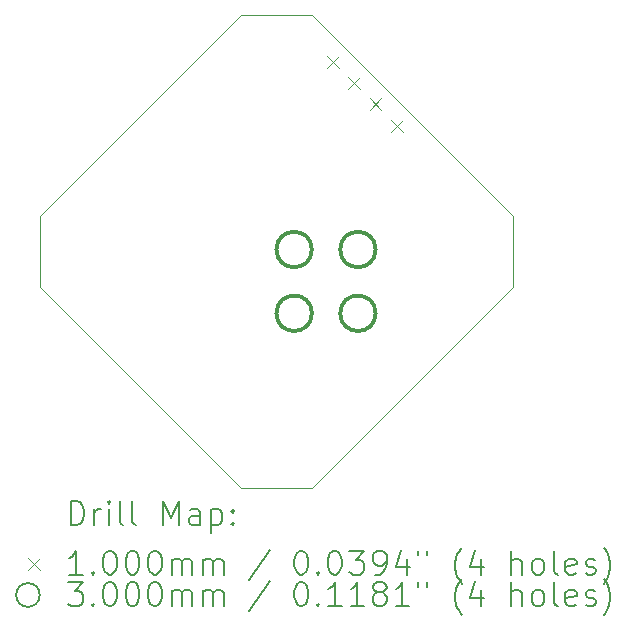
<source format=gbr>
%TF.GenerationSoftware,KiCad,Pcbnew,8.0.5*%
%TF.CreationDate,2024-09-26T09:53:33+02:00*%
%TF.ProjectId,BL-R8812AF1 mount,424c2d52-3838-4313-9241-4631206d6f75,rev?*%
%TF.SameCoordinates,Original*%
%TF.FileFunction,Drillmap*%
%TF.FilePolarity,Positive*%
%FSLAX45Y45*%
G04 Gerber Fmt 4.5, Leading zero omitted, Abs format (unit mm)*
G04 Created by KiCad (PCBNEW 8.0.5) date 2024-09-26 09:53:33*
%MOMM*%
%LPD*%
G01*
G04 APERTURE LIST*
%ADD10C,0.050000*%
%ADD11C,0.100000*%
%ADD12C,0.200000*%
%ADD13C,0.300000*%
G04 APERTURE END LIST*
D10*
X7271000Y-14609800D02*
X7271000Y-15209800D01*
X8971000Y-16909800D02*
X9571000Y-16909800D01*
D11*
X7271000Y-15209800D02*
X8971000Y-16909800D01*
X11271000Y-14609800D02*
X9571000Y-12909800D01*
X9571000Y-16909800D02*
X11271000Y-15209800D01*
D10*
X11271000Y-14609800D02*
X11271000Y-15209800D01*
X8971000Y-12909800D02*
X9571000Y-12909800D01*
D11*
X8971000Y-12909800D02*
X7271000Y-14609800D01*
D12*
D11*
X9699990Y-13255990D02*
X9799990Y-13355990D01*
X9799990Y-13255990D02*
X9699990Y-13355990D01*
X9879595Y-13435595D02*
X9979595Y-13535595D01*
X9979595Y-13435595D02*
X9879595Y-13535595D01*
X10059200Y-13615200D02*
X10159200Y-13715200D01*
X10159200Y-13615200D02*
X10059200Y-13715200D01*
X10238805Y-13794805D02*
X10338805Y-13894805D01*
X10338805Y-13794805D02*
X10238805Y-13894805D01*
D13*
X9570100Y-14893800D02*
G75*
G02*
X9270100Y-14893800I-150000J0D01*
G01*
X9270100Y-14893800D02*
G75*
G02*
X9570100Y-14893800I150000J0D01*
G01*
X9570100Y-15433800D02*
G75*
G02*
X9270100Y-15433800I-150000J0D01*
G01*
X9270100Y-15433800D02*
G75*
G02*
X9570100Y-15433800I150000J0D01*
G01*
X10110100Y-14893800D02*
G75*
G02*
X9810100Y-14893800I-150000J0D01*
G01*
X9810100Y-14893800D02*
G75*
G02*
X10110100Y-14893800I150000J0D01*
G01*
X10110100Y-15433800D02*
G75*
G02*
X9810100Y-15433800I-150000J0D01*
G01*
X9810100Y-15433800D02*
G75*
G02*
X10110100Y-15433800I150000J0D01*
G01*
D12*
X7526777Y-17226284D02*
X7526777Y-17026284D01*
X7526777Y-17026284D02*
X7574396Y-17026284D01*
X7574396Y-17026284D02*
X7602967Y-17035808D01*
X7602967Y-17035808D02*
X7622015Y-17054855D01*
X7622015Y-17054855D02*
X7631539Y-17073903D01*
X7631539Y-17073903D02*
X7641062Y-17111998D01*
X7641062Y-17111998D02*
X7641062Y-17140570D01*
X7641062Y-17140570D02*
X7631539Y-17178665D01*
X7631539Y-17178665D02*
X7622015Y-17197712D01*
X7622015Y-17197712D02*
X7602967Y-17216760D01*
X7602967Y-17216760D02*
X7574396Y-17226284D01*
X7574396Y-17226284D02*
X7526777Y-17226284D01*
X7726777Y-17226284D02*
X7726777Y-17092950D01*
X7726777Y-17131046D02*
X7736301Y-17111998D01*
X7736301Y-17111998D02*
X7745824Y-17102474D01*
X7745824Y-17102474D02*
X7764872Y-17092950D01*
X7764872Y-17092950D02*
X7783920Y-17092950D01*
X7850586Y-17226284D02*
X7850586Y-17092950D01*
X7850586Y-17026284D02*
X7841062Y-17035808D01*
X7841062Y-17035808D02*
X7850586Y-17045331D01*
X7850586Y-17045331D02*
X7860110Y-17035808D01*
X7860110Y-17035808D02*
X7850586Y-17026284D01*
X7850586Y-17026284D02*
X7850586Y-17045331D01*
X7974396Y-17226284D02*
X7955348Y-17216760D01*
X7955348Y-17216760D02*
X7945824Y-17197712D01*
X7945824Y-17197712D02*
X7945824Y-17026284D01*
X8079158Y-17226284D02*
X8060110Y-17216760D01*
X8060110Y-17216760D02*
X8050586Y-17197712D01*
X8050586Y-17197712D02*
X8050586Y-17026284D01*
X8307729Y-17226284D02*
X8307729Y-17026284D01*
X8307729Y-17026284D02*
X8374396Y-17169141D01*
X8374396Y-17169141D02*
X8441063Y-17026284D01*
X8441063Y-17026284D02*
X8441063Y-17226284D01*
X8622015Y-17226284D02*
X8622015Y-17121522D01*
X8622015Y-17121522D02*
X8612491Y-17102474D01*
X8612491Y-17102474D02*
X8593444Y-17092950D01*
X8593444Y-17092950D02*
X8555348Y-17092950D01*
X8555348Y-17092950D02*
X8536301Y-17102474D01*
X8622015Y-17216760D02*
X8602967Y-17226284D01*
X8602967Y-17226284D02*
X8555348Y-17226284D01*
X8555348Y-17226284D02*
X8536301Y-17216760D01*
X8536301Y-17216760D02*
X8526777Y-17197712D01*
X8526777Y-17197712D02*
X8526777Y-17178665D01*
X8526777Y-17178665D02*
X8536301Y-17159617D01*
X8536301Y-17159617D02*
X8555348Y-17150093D01*
X8555348Y-17150093D02*
X8602967Y-17150093D01*
X8602967Y-17150093D02*
X8622015Y-17140570D01*
X8717253Y-17092950D02*
X8717253Y-17292950D01*
X8717253Y-17102474D02*
X8736301Y-17092950D01*
X8736301Y-17092950D02*
X8774396Y-17092950D01*
X8774396Y-17092950D02*
X8793444Y-17102474D01*
X8793444Y-17102474D02*
X8802967Y-17111998D01*
X8802967Y-17111998D02*
X8812491Y-17131046D01*
X8812491Y-17131046D02*
X8812491Y-17188189D01*
X8812491Y-17188189D02*
X8802967Y-17207236D01*
X8802967Y-17207236D02*
X8793444Y-17216760D01*
X8793444Y-17216760D02*
X8774396Y-17226284D01*
X8774396Y-17226284D02*
X8736301Y-17226284D01*
X8736301Y-17226284D02*
X8717253Y-17216760D01*
X8898205Y-17207236D02*
X8907729Y-17216760D01*
X8907729Y-17216760D02*
X8898205Y-17226284D01*
X8898205Y-17226284D02*
X8888682Y-17216760D01*
X8888682Y-17216760D02*
X8898205Y-17207236D01*
X8898205Y-17207236D02*
X8898205Y-17226284D01*
X8898205Y-17102474D02*
X8907729Y-17111998D01*
X8907729Y-17111998D02*
X8898205Y-17121522D01*
X8898205Y-17121522D02*
X8888682Y-17111998D01*
X8888682Y-17111998D02*
X8898205Y-17102474D01*
X8898205Y-17102474D02*
X8898205Y-17121522D01*
D11*
X7166000Y-17504800D02*
X7266000Y-17604800D01*
X7266000Y-17504800D02*
X7166000Y-17604800D01*
D12*
X7631539Y-17646284D02*
X7517253Y-17646284D01*
X7574396Y-17646284D02*
X7574396Y-17446284D01*
X7574396Y-17446284D02*
X7555348Y-17474855D01*
X7555348Y-17474855D02*
X7536301Y-17493903D01*
X7536301Y-17493903D02*
X7517253Y-17503427D01*
X7717253Y-17627236D02*
X7726777Y-17636760D01*
X7726777Y-17636760D02*
X7717253Y-17646284D01*
X7717253Y-17646284D02*
X7707729Y-17636760D01*
X7707729Y-17636760D02*
X7717253Y-17627236D01*
X7717253Y-17627236D02*
X7717253Y-17646284D01*
X7850586Y-17446284D02*
X7869634Y-17446284D01*
X7869634Y-17446284D02*
X7888682Y-17455808D01*
X7888682Y-17455808D02*
X7898205Y-17465331D01*
X7898205Y-17465331D02*
X7907729Y-17484379D01*
X7907729Y-17484379D02*
X7917253Y-17522474D01*
X7917253Y-17522474D02*
X7917253Y-17570093D01*
X7917253Y-17570093D02*
X7907729Y-17608189D01*
X7907729Y-17608189D02*
X7898205Y-17627236D01*
X7898205Y-17627236D02*
X7888682Y-17636760D01*
X7888682Y-17636760D02*
X7869634Y-17646284D01*
X7869634Y-17646284D02*
X7850586Y-17646284D01*
X7850586Y-17646284D02*
X7831539Y-17636760D01*
X7831539Y-17636760D02*
X7822015Y-17627236D01*
X7822015Y-17627236D02*
X7812491Y-17608189D01*
X7812491Y-17608189D02*
X7802967Y-17570093D01*
X7802967Y-17570093D02*
X7802967Y-17522474D01*
X7802967Y-17522474D02*
X7812491Y-17484379D01*
X7812491Y-17484379D02*
X7822015Y-17465331D01*
X7822015Y-17465331D02*
X7831539Y-17455808D01*
X7831539Y-17455808D02*
X7850586Y-17446284D01*
X8041062Y-17446284D02*
X8060110Y-17446284D01*
X8060110Y-17446284D02*
X8079158Y-17455808D01*
X8079158Y-17455808D02*
X8088682Y-17465331D01*
X8088682Y-17465331D02*
X8098205Y-17484379D01*
X8098205Y-17484379D02*
X8107729Y-17522474D01*
X8107729Y-17522474D02*
X8107729Y-17570093D01*
X8107729Y-17570093D02*
X8098205Y-17608189D01*
X8098205Y-17608189D02*
X8088682Y-17627236D01*
X8088682Y-17627236D02*
X8079158Y-17636760D01*
X8079158Y-17636760D02*
X8060110Y-17646284D01*
X8060110Y-17646284D02*
X8041062Y-17646284D01*
X8041062Y-17646284D02*
X8022015Y-17636760D01*
X8022015Y-17636760D02*
X8012491Y-17627236D01*
X8012491Y-17627236D02*
X8002967Y-17608189D01*
X8002967Y-17608189D02*
X7993443Y-17570093D01*
X7993443Y-17570093D02*
X7993443Y-17522474D01*
X7993443Y-17522474D02*
X8002967Y-17484379D01*
X8002967Y-17484379D02*
X8012491Y-17465331D01*
X8012491Y-17465331D02*
X8022015Y-17455808D01*
X8022015Y-17455808D02*
X8041062Y-17446284D01*
X8231539Y-17446284D02*
X8250586Y-17446284D01*
X8250586Y-17446284D02*
X8269634Y-17455808D01*
X8269634Y-17455808D02*
X8279158Y-17465331D01*
X8279158Y-17465331D02*
X8288682Y-17484379D01*
X8288682Y-17484379D02*
X8298205Y-17522474D01*
X8298205Y-17522474D02*
X8298205Y-17570093D01*
X8298205Y-17570093D02*
X8288682Y-17608189D01*
X8288682Y-17608189D02*
X8279158Y-17627236D01*
X8279158Y-17627236D02*
X8269634Y-17636760D01*
X8269634Y-17636760D02*
X8250586Y-17646284D01*
X8250586Y-17646284D02*
X8231539Y-17646284D01*
X8231539Y-17646284D02*
X8212491Y-17636760D01*
X8212491Y-17636760D02*
X8202967Y-17627236D01*
X8202967Y-17627236D02*
X8193443Y-17608189D01*
X8193443Y-17608189D02*
X8183920Y-17570093D01*
X8183920Y-17570093D02*
X8183920Y-17522474D01*
X8183920Y-17522474D02*
X8193443Y-17484379D01*
X8193443Y-17484379D02*
X8202967Y-17465331D01*
X8202967Y-17465331D02*
X8212491Y-17455808D01*
X8212491Y-17455808D02*
X8231539Y-17446284D01*
X8383920Y-17646284D02*
X8383920Y-17512950D01*
X8383920Y-17531998D02*
X8393444Y-17522474D01*
X8393444Y-17522474D02*
X8412491Y-17512950D01*
X8412491Y-17512950D02*
X8441063Y-17512950D01*
X8441063Y-17512950D02*
X8460110Y-17522474D01*
X8460110Y-17522474D02*
X8469634Y-17541522D01*
X8469634Y-17541522D02*
X8469634Y-17646284D01*
X8469634Y-17541522D02*
X8479158Y-17522474D01*
X8479158Y-17522474D02*
X8498205Y-17512950D01*
X8498205Y-17512950D02*
X8526777Y-17512950D01*
X8526777Y-17512950D02*
X8545825Y-17522474D01*
X8545825Y-17522474D02*
X8555348Y-17541522D01*
X8555348Y-17541522D02*
X8555348Y-17646284D01*
X8650586Y-17646284D02*
X8650586Y-17512950D01*
X8650586Y-17531998D02*
X8660110Y-17522474D01*
X8660110Y-17522474D02*
X8679158Y-17512950D01*
X8679158Y-17512950D02*
X8707729Y-17512950D01*
X8707729Y-17512950D02*
X8726777Y-17522474D01*
X8726777Y-17522474D02*
X8736301Y-17541522D01*
X8736301Y-17541522D02*
X8736301Y-17646284D01*
X8736301Y-17541522D02*
X8745825Y-17522474D01*
X8745825Y-17522474D02*
X8764872Y-17512950D01*
X8764872Y-17512950D02*
X8793444Y-17512950D01*
X8793444Y-17512950D02*
X8812491Y-17522474D01*
X8812491Y-17522474D02*
X8822015Y-17541522D01*
X8822015Y-17541522D02*
X8822015Y-17646284D01*
X9212491Y-17436760D02*
X9041063Y-17693903D01*
X9469634Y-17446284D02*
X9488682Y-17446284D01*
X9488682Y-17446284D02*
X9507729Y-17455808D01*
X9507729Y-17455808D02*
X9517253Y-17465331D01*
X9517253Y-17465331D02*
X9526777Y-17484379D01*
X9526777Y-17484379D02*
X9536301Y-17522474D01*
X9536301Y-17522474D02*
X9536301Y-17570093D01*
X9536301Y-17570093D02*
X9526777Y-17608189D01*
X9526777Y-17608189D02*
X9517253Y-17627236D01*
X9517253Y-17627236D02*
X9507729Y-17636760D01*
X9507729Y-17636760D02*
X9488682Y-17646284D01*
X9488682Y-17646284D02*
X9469634Y-17646284D01*
X9469634Y-17646284D02*
X9450587Y-17636760D01*
X9450587Y-17636760D02*
X9441063Y-17627236D01*
X9441063Y-17627236D02*
X9431539Y-17608189D01*
X9431539Y-17608189D02*
X9422015Y-17570093D01*
X9422015Y-17570093D02*
X9422015Y-17522474D01*
X9422015Y-17522474D02*
X9431539Y-17484379D01*
X9431539Y-17484379D02*
X9441063Y-17465331D01*
X9441063Y-17465331D02*
X9450587Y-17455808D01*
X9450587Y-17455808D02*
X9469634Y-17446284D01*
X9622015Y-17627236D02*
X9631539Y-17636760D01*
X9631539Y-17636760D02*
X9622015Y-17646284D01*
X9622015Y-17646284D02*
X9612491Y-17636760D01*
X9612491Y-17636760D02*
X9622015Y-17627236D01*
X9622015Y-17627236D02*
X9622015Y-17646284D01*
X9755348Y-17446284D02*
X9774396Y-17446284D01*
X9774396Y-17446284D02*
X9793444Y-17455808D01*
X9793444Y-17455808D02*
X9802968Y-17465331D01*
X9802968Y-17465331D02*
X9812491Y-17484379D01*
X9812491Y-17484379D02*
X9822015Y-17522474D01*
X9822015Y-17522474D02*
X9822015Y-17570093D01*
X9822015Y-17570093D02*
X9812491Y-17608189D01*
X9812491Y-17608189D02*
X9802968Y-17627236D01*
X9802968Y-17627236D02*
X9793444Y-17636760D01*
X9793444Y-17636760D02*
X9774396Y-17646284D01*
X9774396Y-17646284D02*
X9755348Y-17646284D01*
X9755348Y-17646284D02*
X9736301Y-17636760D01*
X9736301Y-17636760D02*
X9726777Y-17627236D01*
X9726777Y-17627236D02*
X9717253Y-17608189D01*
X9717253Y-17608189D02*
X9707729Y-17570093D01*
X9707729Y-17570093D02*
X9707729Y-17522474D01*
X9707729Y-17522474D02*
X9717253Y-17484379D01*
X9717253Y-17484379D02*
X9726777Y-17465331D01*
X9726777Y-17465331D02*
X9736301Y-17455808D01*
X9736301Y-17455808D02*
X9755348Y-17446284D01*
X9888682Y-17446284D02*
X10012491Y-17446284D01*
X10012491Y-17446284D02*
X9945825Y-17522474D01*
X9945825Y-17522474D02*
X9974396Y-17522474D01*
X9974396Y-17522474D02*
X9993444Y-17531998D01*
X9993444Y-17531998D02*
X10002968Y-17541522D01*
X10002968Y-17541522D02*
X10012491Y-17560570D01*
X10012491Y-17560570D02*
X10012491Y-17608189D01*
X10012491Y-17608189D02*
X10002968Y-17627236D01*
X10002968Y-17627236D02*
X9993444Y-17636760D01*
X9993444Y-17636760D02*
X9974396Y-17646284D01*
X9974396Y-17646284D02*
X9917253Y-17646284D01*
X9917253Y-17646284D02*
X9898206Y-17636760D01*
X9898206Y-17636760D02*
X9888682Y-17627236D01*
X10107729Y-17646284D02*
X10145825Y-17646284D01*
X10145825Y-17646284D02*
X10164872Y-17636760D01*
X10164872Y-17636760D02*
X10174396Y-17627236D01*
X10174396Y-17627236D02*
X10193444Y-17598665D01*
X10193444Y-17598665D02*
X10202968Y-17560570D01*
X10202968Y-17560570D02*
X10202968Y-17484379D01*
X10202968Y-17484379D02*
X10193444Y-17465331D01*
X10193444Y-17465331D02*
X10183920Y-17455808D01*
X10183920Y-17455808D02*
X10164872Y-17446284D01*
X10164872Y-17446284D02*
X10126777Y-17446284D01*
X10126777Y-17446284D02*
X10107729Y-17455808D01*
X10107729Y-17455808D02*
X10098206Y-17465331D01*
X10098206Y-17465331D02*
X10088682Y-17484379D01*
X10088682Y-17484379D02*
X10088682Y-17531998D01*
X10088682Y-17531998D02*
X10098206Y-17551046D01*
X10098206Y-17551046D02*
X10107729Y-17560570D01*
X10107729Y-17560570D02*
X10126777Y-17570093D01*
X10126777Y-17570093D02*
X10164872Y-17570093D01*
X10164872Y-17570093D02*
X10183920Y-17560570D01*
X10183920Y-17560570D02*
X10193444Y-17551046D01*
X10193444Y-17551046D02*
X10202968Y-17531998D01*
X10374396Y-17512950D02*
X10374396Y-17646284D01*
X10326777Y-17436760D02*
X10279158Y-17579617D01*
X10279158Y-17579617D02*
X10402968Y-17579617D01*
X10469634Y-17446284D02*
X10469634Y-17484379D01*
X10545825Y-17446284D02*
X10545825Y-17484379D01*
X10841063Y-17722474D02*
X10831539Y-17712950D01*
X10831539Y-17712950D02*
X10812491Y-17684379D01*
X10812491Y-17684379D02*
X10802968Y-17665331D01*
X10802968Y-17665331D02*
X10793444Y-17636760D01*
X10793444Y-17636760D02*
X10783920Y-17589141D01*
X10783920Y-17589141D02*
X10783920Y-17551046D01*
X10783920Y-17551046D02*
X10793444Y-17503427D01*
X10793444Y-17503427D02*
X10802968Y-17474855D01*
X10802968Y-17474855D02*
X10812491Y-17455808D01*
X10812491Y-17455808D02*
X10831539Y-17427236D01*
X10831539Y-17427236D02*
X10841063Y-17417712D01*
X11002968Y-17512950D02*
X11002968Y-17646284D01*
X10955349Y-17436760D02*
X10907730Y-17579617D01*
X10907730Y-17579617D02*
X11031539Y-17579617D01*
X11260110Y-17646284D02*
X11260110Y-17446284D01*
X11345825Y-17646284D02*
X11345825Y-17541522D01*
X11345825Y-17541522D02*
X11336301Y-17522474D01*
X11336301Y-17522474D02*
X11317253Y-17512950D01*
X11317253Y-17512950D02*
X11288682Y-17512950D01*
X11288682Y-17512950D02*
X11269634Y-17522474D01*
X11269634Y-17522474D02*
X11260110Y-17531998D01*
X11469634Y-17646284D02*
X11450587Y-17636760D01*
X11450587Y-17636760D02*
X11441063Y-17627236D01*
X11441063Y-17627236D02*
X11431539Y-17608189D01*
X11431539Y-17608189D02*
X11431539Y-17551046D01*
X11431539Y-17551046D02*
X11441063Y-17531998D01*
X11441063Y-17531998D02*
X11450587Y-17522474D01*
X11450587Y-17522474D02*
X11469634Y-17512950D01*
X11469634Y-17512950D02*
X11498206Y-17512950D01*
X11498206Y-17512950D02*
X11517253Y-17522474D01*
X11517253Y-17522474D02*
X11526777Y-17531998D01*
X11526777Y-17531998D02*
X11536301Y-17551046D01*
X11536301Y-17551046D02*
X11536301Y-17608189D01*
X11536301Y-17608189D02*
X11526777Y-17627236D01*
X11526777Y-17627236D02*
X11517253Y-17636760D01*
X11517253Y-17636760D02*
X11498206Y-17646284D01*
X11498206Y-17646284D02*
X11469634Y-17646284D01*
X11650587Y-17646284D02*
X11631539Y-17636760D01*
X11631539Y-17636760D02*
X11622015Y-17617712D01*
X11622015Y-17617712D02*
X11622015Y-17446284D01*
X11802968Y-17636760D02*
X11783920Y-17646284D01*
X11783920Y-17646284D02*
X11745825Y-17646284D01*
X11745825Y-17646284D02*
X11726777Y-17636760D01*
X11726777Y-17636760D02*
X11717253Y-17617712D01*
X11717253Y-17617712D02*
X11717253Y-17541522D01*
X11717253Y-17541522D02*
X11726777Y-17522474D01*
X11726777Y-17522474D02*
X11745825Y-17512950D01*
X11745825Y-17512950D02*
X11783920Y-17512950D01*
X11783920Y-17512950D02*
X11802968Y-17522474D01*
X11802968Y-17522474D02*
X11812491Y-17541522D01*
X11812491Y-17541522D02*
X11812491Y-17560570D01*
X11812491Y-17560570D02*
X11717253Y-17579617D01*
X11888682Y-17636760D02*
X11907730Y-17646284D01*
X11907730Y-17646284D02*
X11945825Y-17646284D01*
X11945825Y-17646284D02*
X11964872Y-17636760D01*
X11964872Y-17636760D02*
X11974396Y-17617712D01*
X11974396Y-17617712D02*
X11974396Y-17608189D01*
X11974396Y-17608189D02*
X11964872Y-17589141D01*
X11964872Y-17589141D02*
X11945825Y-17579617D01*
X11945825Y-17579617D02*
X11917253Y-17579617D01*
X11917253Y-17579617D02*
X11898206Y-17570093D01*
X11898206Y-17570093D02*
X11888682Y-17551046D01*
X11888682Y-17551046D02*
X11888682Y-17541522D01*
X11888682Y-17541522D02*
X11898206Y-17522474D01*
X11898206Y-17522474D02*
X11917253Y-17512950D01*
X11917253Y-17512950D02*
X11945825Y-17512950D01*
X11945825Y-17512950D02*
X11964872Y-17522474D01*
X12041063Y-17722474D02*
X12050587Y-17712950D01*
X12050587Y-17712950D02*
X12069634Y-17684379D01*
X12069634Y-17684379D02*
X12079158Y-17665331D01*
X12079158Y-17665331D02*
X12088682Y-17636760D01*
X12088682Y-17636760D02*
X12098206Y-17589141D01*
X12098206Y-17589141D02*
X12098206Y-17551046D01*
X12098206Y-17551046D02*
X12088682Y-17503427D01*
X12088682Y-17503427D02*
X12079158Y-17474855D01*
X12079158Y-17474855D02*
X12069634Y-17455808D01*
X12069634Y-17455808D02*
X12050587Y-17427236D01*
X12050587Y-17427236D02*
X12041063Y-17417712D01*
X7266000Y-17818800D02*
G75*
G02*
X7066000Y-17818800I-100000J0D01*
G01*
X7066000Y-17818800D02*
G75*
G02*
X7266000Y-17818800I100000J0D01*
G01*
X7507729Y-17710284D02*
X7631539Y-17710284D01*
X7631539Y-17710284D02*
X7564872Y-17786474D01*
X7564872Y-17786474D02*
X7593443Y-17786474D01*
X7593443Y-17786474D02*
X7612491Y-17795998D01*
X7612491Y-17795998D02*
X7622015Y-17805522D01*
X7622015Y-17805522D02*
X7631539Y-17824570D01*
X7631539Y-17824570D02*
X7631539Y-17872189D01*
X7631539Y-17872189D02*
X7622015Y-17891236D01*
X7622015Y-17891236D02*
X7612491Y-17900760D01*
X7612491Y-17900760D02*
X7593443Y-17910284D01*
X7593443Y-17910284D02*
X7536301Y-17910284D01*
X7536301Y-17910284D02*
X7517253Y-17900760D01*
X7517253Y-17900760D02*
X7507729Y-17891236D01*
X7717253Y-17891236D02*
X7726777Y-17900760D01*
X7726777Y-17900760D02*
X7717253Y-17910284D01*
X7717253Y-17910284D02*
X7707729Y-17900760D01*
X7707729Y-17900760D02*
X7717253Y-17891236D01*
X7717253Y-17891236D02*
X7717253Y-17910284D01*
X7850586Y-17710284D02*
X7869634Y-17710284D01*
X7869634Y-17710284D02*
X7888682Y-17719808D01*
X7888682Y-17719808D02*
X7898205Y-17729331D01*
X7898205Y-17729331D02*
X7907729Y-17748379D01*
X7907729Y-17748379D02*
X7917253Y-17786474D01*
X7917253Y-17786474D02*
X7917253Y-17834093D01*
X7917253Y-17834093D02*
X7907729Y-17872189D01*
X7907729Y-17872189D02*
X7898205Y-17891236D01*
X7898205Y-17891236D02*
X7888682Y-17900760D01*
X7888682Y-17900760D02*
X7869634Y-17910284D01*
X7869634Y-17910284D02*
X7850586Y-17910284D01*
X7850586Y-17910284D02*
X7831539Y-17900760D01*
X7831539Y-17900760D02*
X7822015Y-17891236D01*
X7822015Y-17891236D02*
X7812491Y-17872189D01*
X7812491Y-17872189D02*
X7802967Y-17834093D01*
X7802967Y-17834093D02*
X7802967Y-17786474D01*
X7802967Y-17786474D02*
X7812491Y-17748379D01*
X7812491Y-17748379D02*
X7822015Y-17729331D01*
X7822015Y-17729331D02*
X7831539Y-17719808D01*
X7831539Y-17719808D02*
X7850586Y-17710284D01*
X8041062Y-17710284D02*
X8060110Y-17710284D01*
X8060110Y-17710284D02*
X8079158Y-17719808D01*
X8079158Y-17719808D02*
X8088682Y-17729331D01*
X8088682Y-17729331D02*
X8098205Y-17748379D01*
X8098205Y-17748379D02*
X8107729Y-17786474D01*
X8107729Y-17786474D02*
X8107729Y-17834093D01*
X8107729Y-17834093D02*
X8098205Y-17872189D01*
X8098205Y-17872189D02*
X8088682Y-17891236D01*
X8088682Y-17891236D02*
X8079158Y-17900760D01*
X8079158Y-17900760D02*
X8060110Y-17910284D01*
X8060110Y-17910284D02*
X8041062Y-17910284D01*
X8041062Y-17910284D02*
X8022015Y-17900760D01*
X8022015Y-17900760D02*
X8012491Y-17891236D01*
X8012491Y-17891236D02*
X8002967Y-17872189D01*
X8002967Y-17872189D02*
X7993443Y-17834093D01*
X7993443Y-17834093D02*
X7993443Y-17786474D01*
X7993443Y-17786474D02*
X8002967Y-17748379D01*
X8002967Y-17748379D02*
X8012491Y-17729331D01*
X8012491Y-17729331D02*
X8022015Y-17719808D01*
X8022015Y-17719808D02*
X8041062Y-17710284D01*
X8231539Y-17710284D02*
X8250586Y-17710284D01*
X8250586Y-17710284D02*
X8269634Y-17719808D01*
X8269634Y-17719808D02*
X8279158Y-17729331D01*
X8279158Y-17729331D02*
X8288682Y-17748379D01*
X8288682Y-17748379D02*
X8298205Y-17786474D01*
X8298205Y-17786474D02*
X8298205Y-17834093D01*
X8298205Y-17834093D02*
X8288682Y-17872189D01*
X8288682Y-17872189D02*
X8279158Y-17891236D01*
X8279158Y-17891236D02*
X8269634Y-17900760D01*
X8269634Y-17900760D02*
X8250586Y-17910284D01*
X8250586Y-17910284D02*
X8231539Y-17910284D01*
X8231539Y-17910284D02*
X8212491Y-17900760D01*
X8212491Y-17900760D02*
X8202967Y-17891236D01*
X8202967Y-17891236D02*
X8193443Y-17872189D01*
X8193443Y-17872189D02*
X8183920Y-17834093D01*
X8183920Y-17834093D02*
X8183920Y-17786474D01*
X8183920Y-17786474D02*
X8193443Y-17748379D01*
X8193443Y-17748379D02*
X8202967Y-17729331D01*
X8202967Y-17729331D02*
X8212491Y-17719808D01*
X8212491Y-17719808D02*
X8231539Y-17710284D01*
X8383920Y-17910284D02*
X8383920Y-17776950D01*
X8383920Y-17795998D02*
X8393444Y-17786474D01*
X8393444Y-17786474D02*
X8412491Y-17776950D01*
X8412491Y-17776950D02*
X8441063Y-17776950D01*
X8441063Y-17776950D02*
X8460110Y-17786474D01*
X8460110Y-17786474D02*
X8469634Y-17805522D01*
X8469634Y-17805522D02*
X8469634Y-17910284D01*
X8469634Y-17805522D02*
X8479158Y-17786474D01*
X8479158Y-17786474D02*
X8498205Y-17776950D01*
X8498205Y-17776950D02*
X8526777Y-17776950D01*
X8526777Y-17776950D02*
X8545825Y-17786474D01*
X8545825Y-17786474D02*
X8555348Y-17805522D01*
X8555348Y-17805522D02*
X8555348Y-17910284D01*
X8650586Y-17910284D02*
X8650586Y-17776950D01*
X8650586Y-17795998D02*
X8660110Y-17786474D01*
X8660110Y-17786474D02*
X8679158Y-17776950D01*
X8679158Y-17776950D02*
X8707729Y-17776950D01*
X8707729Y-17776950D02*
X8726777Y-17786474D01*
X8726777Y-17786474D02*
X8736301Y-17805522D01*
X8736301Y-17805522D02*
X8736301Y-17910284D01*
X8736301Y-17805522D02*
X8745825Y-17786474D01*
X8745825Y-17786474D02*
X8764872Y-17776950D01*
X8764872Y-17776950D02*
X8793444Y-17776950D01*
X8793444Y-17776950D02*
X8812491Y-17786474D01*
X8812491Y-17786474D02*
X8822015Y-17805522D01*
X8822015Y-17805522D02*
X8822015Y-17910284D01*
X9212491Y-17700760D02*
X9041063Y-17957903D01*
X9469634Y-17710284D02*
X9488682Y-17710284D01*
X9488682Y-17710284D02*
X9507729Y-17719808D01*
X9507729Y-17719808D02*
X9517253Y-17729331D01*
X9517253Y-17729331D02*
X9526777Y-17748379D01*
X9526777Y-17748379D02*
X9536301Y-17786474D01*
X9536301Y-17786474D02*
X9536301Y-17834093D01*
X9536301Y-17834093D02*
X9526777Y-17872189D01*
X9526777Y-17872189D02*
X9517253Y-17891236D01*
X9517253Y-17891236D02*
X9507729Y-17900760D01*
X9507729Y-17900760D02*
X9488682Y-17910284D01*
X9488682Y-17910284D02*
X9469634Y-17910284D01*
X9469634Y-17910284D02*
X9450587Y-17900760D01*
X9450587Y-17900760D02*
X9441063Y-17891236D01*
X9441063Y-17891236D02*
X9431539Y-17872189D01*
X9431539Y-17872189D02*
X9422015Y-17834093D01*
X9422015Y-17834093D02*
X9422015Y-17786474D01*
X9422015Y-17786474D02*
X9431539Y-17748379D01*
X9431539Y-17748379D02*
X9441063Y-17729331D01*
X9441063Y-17729331D02*
X9450587Y-17719808D01*
X9450587Y-17719808D02*
X9469634Y-17710284D01*
X9622015Y-17891236D02*
X9631539Y-17900760D01*
X9631539Y-17900760D02*
X9622015Y-17910284D01*
X9622015Y-17910284D02*
X9612491Y-17900760D01*
X9612491Y-17900760D02*
X9622015Y-17891236D01*
X9622015Y-17891236D02*
X9622015Y-17910284D01*
X9822015Y-17910284D02*
X9707729Y-17910284D01*
X9764872Y-17910284D02*
X9764872Y-17710284D01*
X9764872Y-17710284D02*
X9745825Y-17738855D01*
X9745825Y-17738855D02*
X9726777Y-17757903D01*
X9726777Y-17757903D02*
X9707729Y-17767427D01*
X10012491Y-17910284D02*
X9898206Y-17910284D01*
X9955348Y-17910284D02*
X9955348Y-17710284D01*
X9955348Y-17710284D02*
X9936301Y-17738855D01*
X9936301Y-17738855D02*
X9917253Y-17757903D01*
X9917253Y-17757903D02*
X9898206Y-17767427D01*
X10126777Y-17795998D02*
X10107729Y-17786474D01*
X10107729Y-17786474D02*
X10098206Y-17776950D01*
X10098206Y-17776950D02*
X10088682Y-17757903D01*
X10088682Y-17757903D02*
X10088682Y-17748379D01*
X10088682Y-17748379D02*
X10098206Y-17729331D01*
X10098206Y-17729331D02*
X10107729Y-17719808D01*
X10107729Y-17719808D02*
X10126777Y-17710284D01*
X10126777Y-17710284D02*
X10164872Y-17710284D01*
X10164872Y-17710284D02*
X10183920Y-17719808D01*
X10183920Y-17719808D02*
X10193444Y-17729331D01*
X10193444Y-17729331D02*
X10202968Y-17748379D01*
X10202968Y-17748379D02*
X10202968Y-17757903D01*
X10202968Y-17757903D02*
X10193444Y-17776950D01*
X10193444Y-17776950D02*
X10183920Y-17786474D01*
X10183920Y-17786474D02*
X10164872Y-17795998D01*
X10164872Y-17795998D02*
X10126777Y-17795998D01*
X10126777Y-17795998D02*
X10107729Y-17805522D01*
X10107729Y-17805522D02*
X10098206Y-17815046D01*
X10098206Y-17815046D02*
X10088682Y-17834093D01*
X10088682Y-17834093D02*
X10088682Y-17872189D01*
X10088682Y-17872189D02*
X10098206Y-17891236D01*
X10098206Y-17891236D02*
X10107729Y-17900760D01*
X10107729Y-17900760D02*
X10126777Y-17910284D01*
X10126777Y-17910284D02*
X10164872Y-17910284D01*
X10164872Y-17910284D02*
X10183920Y-17900760D01*
X10183920Y-17900760D02*
X10193444Y-17891236D01*
X10193444Y-17891236D02*
X10202968Y-17872189D01*
X10202968Y-17872189D02*
X10202968Y-17834093D01*
X10202968Y-17834093D02*
X10193444Y-17815046D01*
X10193444Y-17815046D02*
X10183920Y-17805522D01*
X10183920Y-17805522D02*
X10164872Y-17795998D01*
X10393444Y-17910284D02*
X10279158Y-17910284D01*
X10336301Y-17910284D02*
X10336301Y-17710284D01*
X10336301Y-17710284D02*
X10317253Y-17738855D01*
X10317253Y-17738855D02*
X10298206Y-17757903D01*
X10298206Y-17757903D02*
X10279158Y-17767427D01*
X10469634Y-17710284D02*
X10469634Y-17748379D01*
X10545825Y-17710284D02*
X10545825Y-17748379D01*
X10841063Y-17986474D02*
X10831539Y-17976950D01*
X10831539Y-17976950D02*
X10812491Y-17948379D01*
X10812491Y-17948379D02*
X10802968Y-17929331D01*
X10802968Y-17929331D02*
X10793444Y-17900760D01*
X10793444Y-17900760D02*
X10783920Y-17853141D01*
X10783920Y-17853141D02*
X10783920Y-17815046D01*
X10783920Y-17815046D02*
X10793444Y-17767427D01*
X10793444Y-17767427D02*
X10802968Y-17738855D01*
X10802968Y-17738855D02*
X10812491Y-17719808D01*
X10812491Y-17719808D02*
X10831539Y-17691236D01*
X10831539Y-17691236D02*
X10841063Y-17681712D01*
X11002968Y-17776950D02*
X11002968Y-17910284D01*
X10955349Y-17700760D02*
X10907730Y-17843617D01*
X10907730Y-17843617D02*
X11031539Y-17843617D01*
X11260110Y-17910284D02*
X11260110Y-17710284D01*
X11345825Y-17910284D02*
X11345825Y-17805522D01*
X11345825Y-17805522D02*
X11336301Y-17786474D01*
X11336301Y-17786474D02*
X11317253Y-17776950D01*
X11317253Y-17776950D02*
X11288682Y-17776950D01*
X11288682Y-17776950D02*
X11269634Y-17786474D01*
X11269634Y-17786474D02*
X11260110Y-17795998D01*
X11469634Y-17910284D02*
X11450587Y-17900760D01*
X11450587Y-17900760D02*
X11441063Y-17891236D01*
X11441063Y-17891236D02*
X11431539Y-17872189D01*
X11431539Y-17872189D02*
X11431539Y-17815046D01*
X11431539Y-17815046D02*
X11441063Y-17795998D01*
X11441063Y-17795998D02*
X11450587Y-17786474D01*
X11450587Y-17786474D02*
X11469634Y-17776950D01*
X11469634Y-17776950D02*
X11498206Y-17776950D01*
X11498206Y-17776950D02*
X11517253Y-17786474D01*
X11517253Y-17786474D02*
X11526777Y-17795998D01*
X11526777Y-17795998D02*
X11536301Y-17815046D01*
X11536301Y-17815046D02*
X11536301Y-17872189D01*
X11536301Y-17872189D02*
X11526777Y-17891236D01*
X11526777Y-17891236D02*
X11517253Y-17900760D01*
X11517253Y-17900760D02*
X11498206Y-17910284D01*
X11498206Y-17910284D02*
X11469634Y-17910284D01*
X11650587Y-17910284D02*
X11631539Y-17900760D01*
X11631539Y-17900760D02*
X11622015Y-17881712D01*
X11622015Y-17881712D02*
X11622015Y-17710284D01*
X11802968Y-17900760D02*
X11783920Y-17910284D01*
X11783920Y-17910284D02*
X11745825Y-17910284D01*
X11745825Y-17910284D02*
X11726777Y-17900760D01*
X11726777Y-17900760D02*
X11717253Y-17881712D01*
X11717253Y-17881712D02*
X11717253Y-17805522D01*
X11717253Y-17805522D02*
X11726777Y-17786474D01*
X11726777Y-17786474D02*
X11745825Y-17776950D01*
X11745825Y-17776950D02*
X11783920Y-17776950D01*
X11783920Y-17776950D02*
X11802968Y-17786474D01*
X11802968Y-17786474D02*
X11812491Y-17805522D01*
X11812491Y-17805522D02*
X11812491Y-17824570D01*
X11812491Y-17824570D02*
X11717253Y-17843617D01*
X11888682Y-17900760D02*
X11907730Y-17910284D01*
X11907730Y-17910284D02*
X11945825Y-17910284D01*
X11945825Y-17910284D02*
X11964872Y-17900760D01*
X11964872Y-17900760D02*
X11974396Y-17881712D01*
X11974396Y-17881712D02*
X11974396Y-17872189D01*
X11974396Y-17872189D02*
X11964872Y-17853141D01*
X11964872Y-17853141D02*
X11945825Y-17843617D01*
X11945825Y-17843617D02*
X11917253Y-17843617D01*
X11917253Y-17843617D02*
X11898206Y-17834093D01*
X11898206Y-17834093D02*
X11888682Y-17815046D01*
X11888682Y-17815046D02*
X11888682Y-17805522D01*
X11888682Y-17805522D02*
X11898206Y-17786474D01*
X11898206Y-17786474D02*
X11917253Y-17776950D01*
X11917253Y-17776950D02*
X11945825Y-17776950D01*
X11945825Y-17776950D02*
X11964872Y-17786474D01*
X12041063Y-17986474D02*
X12050587Y-17976950D01*
X12050587Y-17976950D02*
X12069634Y-17948379D01*
X12069634Y-17948379D02*
X12079158Y-17929331D01*
X12079158Y-17929331D02*
X12088682Y-17900760D01*
X12088682Y-17900760D02*
X12098206Y-17853141D01*
X12098206Y-17853141D02*
X12098206Y-17815046D01*
X12098206Y-17815046D02*
X12088682Y-17767427D01*
X12088682Y-17767427D02*
X12079158Y-17738855D01*
X12079158Y-17738855D02*
X12069634Y-17719808D01*
X12069634Y-17719808D02*
X12050587Y-17691236D01*
X12050587Y-17691236D02*
X12041063Y-17681712D01*
M02*

</source>
